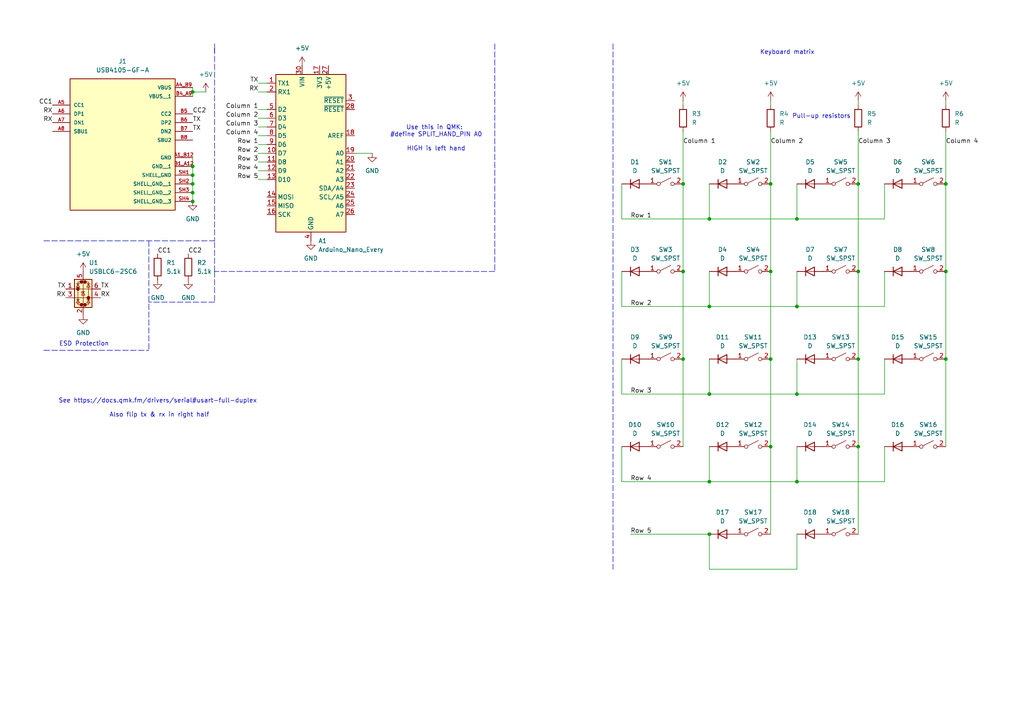
<source format=kicad_sch>
(kicad_sch (version 20250114) (generator "eeschema") (generator_version "9.0")
  (paper "A4")
  (title_block (title "Split Choc Z Board Master Layout") (date "2025-05-07") (rev "1"))
  (lib_symbols
    (symbol "Device:D" (pin_numbers (hide yes)) (pin_names (offset 1.016) (hide yes))
      (property "Reference" "D" (at 0 2.54 0))
      (property "Value" "D" (at 0 -2.54 0))
      (symbol "D_0_1"
        (polyline (pts (xy -1.27 1.27) (xy -1.27 -1.27)) (stroke (width 0.254)))
        (polyline (pts (xy 1.27 1.27) (xy 1.27 -1.27) (xy -1.27 0) (xy 1.27 1.27)) (stroke (width 0.254)))
        (polyline (pts (xy 1.27 0) (xy -1.27 0)))
      )
      (symbol "D_1_1"
        (pin passive line (at -3.81 0 0) (length 2.54) (name "K") (number "1"))
        (pin passive line (at 3.81 0 180) (length 2.54) (name "A") (number "2"))
      )
    )
    (symbol "Device:R" (pin_numbers (hide yes)) (pin_names (offset 0))
      (property "Reference" "R" (at 2.032 0 90))
      (property "Value" "R" (at 0 0 90))
      (symbol "R_0_1"
        (rectangle (start -1.016 -2.54) (end 1.016 2.54) (stroke (width 0.254)))
      )
      (symbol "R_1_1"
        (pin passive line (at 0 3.81 270) (length 1.27) (name "~") (number "1"))
        (pin passive line (at 0 -3.81 90) (length 1.27) (name "~") (number "2"))
      )
    )
    (symbol "MCU_Module:Arduino_Nano_Every"
      (property "Reference" "A" (at -10.16 23.495 0))
      (property "Value" "Arduino_Nano_Every" (at 5.08 -24.13 0))
      (symbol "Arduino_Nano_Every_0_1"
        (rectangle (start -10.16 22.86) (end 10.16 -22.86) (stroke (width 0.254)) (fill (type background)))
      )
      (symbol "Arduino_Nano_Every_1_1"
        (pin bidirectional line (at -12.7 20.32 0) (length 2.54) (name "TX1") (number "1"))
        (pin bidirectional line (at -12.7 17.78 0) (length 2.54) (name "RX1") (number "2"))
        (pin bidirectional line (at -12.7 12.7 0) (length 2.54) (name "D2") (number "5"))
        (pin bidirectional line (at -12.7 10.16 0) (length 2.54) (name "D3") (number "6"))
        (pin bidirectional line (at -12.7 7.62 0) (length 2.54) (name "D4") (number "7"))
        (pin bidirectional line (at -12.7 5.08 0) (length 2.54) (name "D5") (number "8"))
        (pin bidirectional line (at -12.7 2.54 0) (length 2.54) (name "D6") (number "9"))
        (pin bidirectional line (at -12.7 0 0) (length 2.54) (name "D7") (number "10"))
        (pin bidirectional line (at -12.7 -2.54 0) (length 2.54) (name "D8") (number "11"))
        (pin bidirectional line (at -12.7 -5.08 0) (length 2.54) (name "D9") (number "12"))
        (pin bidirectional line (at -12.7 -7.62 0) (length 2.54) (name "D10") (number "13"))
        (pin bidirectional line (at -12.7 -12.7 0) (length 2.54) (name "MOSI") (number "14"))
        (pin bidirectional line (at -12.7 -15.24 0) (length 2.54) (name "MISO") (number "15"))
        (pin bidirectional line (at -12.7 -17.78 0) (length 2.54) (name "SCK") (number "16"))
        (pin power_in line (at -2.54 25.4 270) (length 2.54) (name "VIN") (number "30"))
        (pin passive line (at 0 -25.4 90) (length 2.54) (hide yes) (name "GND") (number "29"))
        (pin power_in line (at 0 -25.4 90) (length 2.54) (name "GND") (number "4"))
        (pin power_out line (at 2.54 25.4 270) (length 2.54) (name "3V3") (number "17"))
        (pin power_out line (at 5.08 25.4 270) (length 2.54) (name "+5V") (number "27"))
        (pin input line (at 12.7 15.24 180) (length 2.54) (name "~{RESET}") (number "3"))
        (pin input line (at 12.7 12.7 180) (length 2.54) (name "~{RESET}") (number "28"))
        (pin input line (at 12.7 5.08 180) (length 2.54) (name "AREF") (number "18"))
        (pin bidirectional line (at 12.7 0 180) (length 2.54) (name "A0") (number "19"))
        (pin bidirectional line (at 12.7 -2.54 180) (length 2.54) (name "A1") (number "20"))
        (pin bidirectional line (at 12.7 -5.08 180) (length 2.54) (name "A2") (number "21"))
        (pin bidirectional line (at 12.7 -7.62 180) (length 2.54) (name "A3") (number "22"))
        (pin bidirectional line (at 12.7 -10.16 180) (length 2.54) (name "SDA/A4") (number "23"))
        (pin bidirectional line (at 12.7 -12.7 180) (length 2.54) (name "SCL/A5") (number "24"))
        (pin bidirectional line (at 12.7 -15.24 180) (length 2.54) (name "A6") (number "25"))
        (pin bidirectional line (at 12.7 -17.78 180) (length 2.54) (name "A7") (number "26"))
      )
    )
    (symbol "Power_Protection:USBLC6-2SC6" (pin_names (hide yes))
      (property "Reference" "U" (at 0.635 5.715 0))
      (property "Value" "USBLC6-2SC6" (at 0.635 3.81 0))
      (symbol "USBLC6-2SC6_0_0"
        (circle (center -1.524 0) (radius 0.0001) (stroke (width 0.508)))
        (circle (center -0.508 2.032) (radius 0.0001) (stroke (width 0.508)))
        (circle (center -0.508 -4.572) (radius 0.0001) (stroke (width 0.508)))
        (circle (center 0.508 2.032) (radius 0.0001) (stroke (width 0.508)))
        (circle (center 0.508 -4.572) (radius 0.0001) (stroke (width 0.508)))
        (circle (center 1.524 -2.54) (radius 0.0001) (stroke (width 0.508)))
      )
      (symbol "USBLC6-2SC6_0_1"
        (polyline (pts (xy -2.54 0) (xy 2.54 0)))
        (polyline (pts (xy -2.54 -2.54) (xy 2.54 -2.54)))
        (polyline (pts (xy -2.032 0.508) (xy -1.016 0.508) (xy -1.524 1.524) (xy -2.032 0.508)))
        (polyline (pts (xy -2.032 -3.048) (xy -1.016 -3.048)))
        (polyline (pts (xy -1.016 1.524) (xy -2.032 1.524)))
        (polyline (pts (xy -1.016 -4.064) (xy -2.032 -4.064) (xy -1.524 -3.048) (xy -1.016 -4.064)))
        (polyline (pts (xy -0.508 -1.143) (xy -0.508 -0.762) (xy 0.508 -0.762)))
        (polyline (pts (xy 0 2.54) (xy -0.508 2.032) (xy 0.508 2.032) (xy 0 1.524) (xy 0 -4.064) (xy -0.508 -4.572) (xy 0.508 -4.572) (xy 0 -5.08)))
        (polyline (pts (xy 0.508 -1.778) (xy -0.508 -1.778) (xy 0 -0.762) (xy 0.508 -1.778)))
        (polyline (pts (xy 1.016 1.524) (xy 2.032 1.524)))
        (polyline (pts (xy 1.016 -3.048) (xy 2.032 -3.048)))
        (polyline (pts (xy 2.032 0.508) (xy 1.016 0.508) (xy 1.524 1.524) (xy 2.032 0.508)))
        (polyline (pts (xy 2.032 -4.064) (xy 1.016 -4.064) (xy 1.524 -3.048) (xy 2.032 -4.064)))
      )
      (symbol "USBLC6-2SC6_1_1"
        (rectangle (start -2.54 2.794) (end 2.54 -5.334) (stroke (width 0.254)) (fill (type background)))
        (polyline (pts (xy -0.508 2.032) (xy -1.524 2.032) (xy -1.524 -4.572) (xy -0.508 -4.572)))
        (polyline (pts (xy 0.508 -4.572) (xy 1.524 -4.572) (xy 1.524 2.032) (xy 0.508 2.032)))
        (pin passive line (at -5.08 0 0) (length 2.54) (name "I/O1") (number "1"))
        (pin passive line (at -5.08 -2.54 0) (length 2.54) (name "I/O2") (number "3"))
        (pin passive line (at 0 5.08 270) (length 2.54) (name "VBUS") (number "5"))
        (pin passive line (at 0 -7.62 90) (length 2.54) (name "GND") (number "2"))
        (pin passive line (at 5.08 0 180) (length 2.54) (name "I/O1") (number "6"))
        (pin passive line (at 5.08 -2.54 180) (length 2.54) (name "I/O2") (number "4"))
      )
    )
    (symbol "Switch:SW_SPST" (pin_names (offset 0) (hide yes))
      (property "Reference" "SW" (at 0 3.175 0))
      (property "Value" "SW_SPST" (at 0 -2.54 0))
      (symbol "SW_SPST_0_0"
        (circle (center -2.032 0) (radius 0.508))
        (polyline (pts (xy -1.524 0.254) (xy 1.524 1.778)))
        (circle (center 2.032 0) (radius 0.508))
      )
      (symbol "SW_SPST_1_1"
        (pin passive line (at -5.08 0 0) (length 2.54) (name "A") (number "1"))
        (pin passive line (at 5.08 0 180) (length 2.54) (name "B") (number "2"))
      )
    )
    (symbol "USB4105-GF-A:USB4105-GF-A" (pin_names (offset 1.016))
      (property "Reference" "J" (at -15.24 13.97 0))
      (property "Value" "USB4105-GF-A" (at -15.24 -27.94 0))
      (symbol "USB4105-GF-A_0_0"
        (rectangle (start -15.24 -25.4) (end 15.24 12.7) (stroke (width 0.254)) (fill (type background)))
        (pin bidirectional line (at -20.32 5.08 0) (length 5.08) (name "CC1") (number "A5"))
        (pin bidirectional line (at -20.32 2.54 0) (length 5.08) (name "DP1") (number "A6"))
        (pin bidirectional line (at -20.32 0 0) (length 5.08) (name "DN1") (number "A7"))
        (pin bidirectional line (at -20.32 -2.54 0) (length 5.08) (name "SBU1") (number "A8"))
        (pin power_in line (at 20.32 10.16 180) (length 5.08) (name "VBUS") (number "A4_B9"))
        (pin power_in line (at 20.32 7.62 180) (length 5.08) (name "VBUS__1") (number "B4_A9"))
        (pin bidirectional line (at 20.32 2.54 180) (length 5.08) (name "CC2") (number "B5"))
        (pin bidirectional line (at 20.32 0 180) (length 5.08) (name "DP2") (number "B6"))
        (pin bidirectional line (at 20.32 -2.54 180) (length 5.08) (name "DN2") (number "B7"))
        (pin bidirectional line (at 20.32 -5.08 180) (length 5.08) (name "SBU2") (number "B8"))
        (pin power_in line (at 20.32 -10.16 180) (length 5.08) (name "GND") (number "A1_B12"))
        (pin power_in line (at 20.32 -12.7 180) (length 5.08) (name "GND__1") (number "B1_A12"))
        (pin power_in line (at 20.32 -15.24 180) (length 5.08) (name "SHELL_GND") (number "SH1"))
        (pin power_in line (at 20.32 -17.78 180) (length 5.08) (name "SHELL_GND__1") (number "SH2"))
        (pin power_in line (at 20.32 -20.32 180) (length 5.08) (name "SHELL_GND__2") (number "SH3"))
        (pin power_in line (at 20.32 -22.86 180) (length 5.08) (name "SHELL_GND__3") (number "SH4"))
      )
    )
    (symbol "power:+5V" (power) (pin_numbers (hide yes)) (pin_names (offset 0) (hide yes))
      (property "Value" "+5V" (at 0 3.556 0))
      (symbol "+5V_0_1"
        (polyline (pts (xy -0.762 1.27) (xy 0 2.54)))
        (polyline (pts (xy 0 2.54) (xy 0.762 1.27)))
        (polyline (pts (xy 0 0) (xy 0 2.54)))
      )
      (symbol "+5V_1_1"
        (pin power_in line (at 0 0 90) (length 0) (name "~") (number "1"))
      )
    )
    (symbol "power:GND" (power) (pin_numbers (hide yes)) (pin_names (offset 0) (hide yes))
      (property "Value" "GND" (at 0 -3.81 0))
      (symbol "GND_0_1"
        (polyline (pts (xy 0 0) (xy 0 -1.27) (xy 1.27 -1.27) (xy 0 -2.54) (xy -1.27 -1.27) (xy 0 -1.27)))
      )
      (symbol "GND_1_1"
        (pin power_in line (at 0 0 270) (length 0) (name "~") (number "1"))
      )
    )
  )
  (text "Use this in QMK: \n#define SPLIT_HAND_PIN A0\n\nHIGH is left hand" (at 126.492 40.132 0) (effects (font (size 1.27 1.27))))
  (text "ESD Protection" (at 24.384 99.822 0) (effects (font (size 1.27 1.27))))
  (text "Pull-up resistors\n" (at 238.252 33.782 0) (effects (font (size 1.27 1.27))))
  (text "Keyboard matrix" (at 228.346 15.24 0) (effects (font (size 1.27 1.27))))
  (text "See https://docs.qmk.fm/drivers/serial#usart-full-duplex \n\nAlso flip tx & rx in right half" (at 46.228 118.364 0) (effects (font (size 1.27 1.27))))
  (junction (at 55.88 50.8))
  (junction (at 231.14 139.7))
  (junction (at 248.92 53.34))
  (junction (at 205.74 114.3))
  (junction (at 55.88 26.67))
  (junction (at 248.92 78.74))
  (junction (at 231.14 63.5))
  (junction (at 274.32 53.34))
  (junction (at 223.52 129.54))
  (junction (at 55.88 48.26))
  (junction (at 248.92 129.54))
  (junction (at 205.74 139.7))
  (junction (at 223.52 53.34))
  (junction (at 205.74 88.9))
  (junction (at 55.88 53.34))
  (junction (at 205.74 154.94))
  (junction (at 55.88 55.88))
  (junction (at 223.52 78.74))
  (junction (at 198.12 104.14))
  (junction (at 274.32 104.14))
  (junction (at 198.12 78.74))
  (junction (at 231.14 88.9))
  (junction (at 274.32 78.74))
  (junction (at 198.12 53.34))
  (junction (at 231.14 114.3))
  (junction (at 248.92 104.14))
  (junction (at 223.52 104.14))
  (junction (at 55.88 58.42))
  (junction (at 205.74 63.5))
  (wire (pts (xy 205.74 63.5) (xy 180.34 63.5)))
  (wire (pts (xy 274.32 104.14) (xy 274.32 129.54)))
  (wire (pts (xy 198.12 38.1) (xy 198.12 53.34)))
  (wire (pts (xy 223.52 129.54) (xy 223.52 154.94)))
  (wire (pts (xy 256.54 129.54) (xy 256.54 139.7)))
  (wire (pts (xy 74.93 44.45) (xy 77.47 44.45)))
  (wire (pts (xy 74.93 34.29) (xy 77.47 34.29)))
  (wire (pts (xy 223.52 78.74) (xy 223.52 104.14)))
  (wire (pts (xy 223.52 53.34) (xy 223.52 78.74)))
  (wire (pts (xy 182.88 154.94) (xy 205.74 154.94)))
  (wire (pts (xy 55.88 25.4) (xy 55.88 26.67)))
  (wire (pts (xy 256.54 104.14) (xy 256.54 114.3)))
  (wire (pts (xy 55.88 26.67) (xy 59.69 26.67)))
  (wire (pts (xy 256.54 139.7) (xy 231.14 139.7)))
  (polyline (pts (xy 62.23 12.7) (xy 62.23 15.24)))
  (wire (pts (xy 198.12 78.74) (xy 198.12 104.14)))
  (wire (pts (xy 74.93 49.53) (xy 77.47 49.53)))
  (polyline (pts (xy 177.8 12.7) (xy 177.8 165.1)) (stroke (width 0) (type dash)))
  (wire (pts (xy 274.32 78.74) (xy 274.32 104.14)))
  (wire (pts (xy 231.14 129.54) (xy 231.14 139.7)))
  (wire (pts (xy 256.54 63.5) (xy 231.14 63.5)))
  (polyline (pts (xy 12.7 101.6) (xy 43.18 101.6)) (stroke (width 0) (type dash)))
  (wire (pts (xy 248.92 38.1) (xy 248.92 53.34)))
  (wire (pts (xy 55.88 50.8) (xy 55.88 53.34)))
  (wire (pts (xy 223.52 38.1) (xy 223.52 53.34)))
  (wire (pts (xy 74.93 52.07) (xy 77.47 52.07)))
  (wire (pts (xy 274.32 29.21) (xy 274.32 30.48)))
  (wire (pts (xy 205.74 53.34) (xy 205.74 63.5)))
  (wire (pts (xy 256.54 78.74) (xy 256.54 88.9)))
  (wire (pts (xy 248.92 129.54) (xy 248.92 154.94)))
  (wire (pts (xy 198.12 29.21) (xy 198.12 30.48)))
  (wire (pts (xy 256.54 88.9) (xy 231.14 88.9)))
  (wire (pts (xy 248.92 29.21) (xy 248.92 30.48)))
  (wire (pts (xy 180.34 114.3) (xy 180.34 104.14)))
  (wire (pts (xy 231.14 88.9) (xy 205.74 88.9)))
  (polyline (pts (xy 62.23 13.97) (xy 62.23 69.85)) (stroke (width 0) (type dash)))
  (wire (pts (xy 55.88 48.26) (xy 55.88 50.8)))
  (polyline (pts (xy 12.7 69.85) (xy 62.23 69.85)) (stroke (width 0) (type dash)))
  (wire (pts (xy 205.74 88.9) (xy 180.34 88.9)))
  (wire (pts (xy 205.74 129.54) (xy 205.74 139.7)))
  (wire (pts (xy 198.12 53.34) (xy 198.12 78.74)))
  (wire (pts (xy 231.14 104.14) (xy 231.14 114.3)))
  (wire (pts (xy 198.12 104.14) (xy 198.12 129.54)))
  (wire (pts (xy 55.88 55.88) (xy 55.88 58.42)))
  (wire (pts (xy 256.54 53.34) (xy 256.54 63.5)))
  (wire (pts (xy 102.87 44.45) (xy 107.95 44.45)))
  (wire (pts (xy 231.14 139.7) (xy 205.74 139.7)))
  (wire (pts (xy 231.14 63.5) (xy 205.74 63.5)))
  (wire (pts (xy 231.14 78.74) (xy 231.14 88.9)))
  (wire (pts (xy 274.32 38.1) (xy 274.32 53.34)))
  (wire (pts (xy 74.93 39.37) (xy 77.47 39.37)))
  (polyline (pts (xy 62.23 78.74) (xy 62.23 87.63)) (stroke (width 0) (type dash)))
  (wire (pts (xy 205.74 114.3) (xy 180.34 114.3)))
  (wire (pts (xy 74.93 41.91) (xy 77.47 41.91)))
  (polyline (pts (xy 143.51 12.7) (xy 143.51 78.74)) (stroke (width 0) (type dash)))
  (wire (pts (xy 248.92 104.14) (xy 248.92 129.54)))
  (wire (pts (xy 74.93 46.99) (xy 77.47 46.99)))
  (wire (pts (xy 205.74 78.74) (xy 205.74 88.9)))
  (wire (pts (xy 180.34 88.9) (xy 180.34 78.74)))
  (wire (pts (xy 180.34 63.5) (xy 180.34 53.34)))
  (wire (pts (xy 205.74 139.7) (xy 180.34 139.7)))
  (wire (pts (xy 223.52 104.14) (xy 223.52 129.54)))
  (wire (pts (xy 74.93 24.13) (xy 77.47 24.13)))
  (wire (pts (xy 223.52 29.21) (xy 223.52 30.48)))
  (wire (pts (xy 74.93 26.67) (xy 77.47 26.67)))
  (wire (pts (xy 55.88 26.67) (xy 55.88 27.94)))
  (wire (pts (xy 231.14 154.94) (xy 231.14 165.1)))
  (wire (pts (xy 205.74 104.14) (xy 205.74 114.3)))
  (wire (pts (xy 274.32 53.34) (xy 274.32 78.74)))
  (polyline (pts (xy 62.23 78.74) (xy 62.23 69.85)) (stroke (width 0) (type dash)))
  (wire (pts (xy 55.88 45.72) (xy 55.88 48.26)))
  (wire (pts (xy 248.92 78.74) (xy 248.92 104.14)))
  (wire (pts (xy 256.54 114.3) (xy 231.14 114.3)))
  (wire (pts (xy 74.93 36.83) (xy 77.47 36.83)))
  (wire (pts (xy 205.74 154.94) (xy 205.74 165.1)))
  (wire (pts (xy 248.92 53.34) (xy 248.92 78.74)))
  (wire (pts (xy 55.88 53.34) (xy 55.88 55.88)))
  (wire (pts (xy 231.14 53.34) (xy 231.14 63.5)))
  (wire (pts (xy 231.14 114.3) (xy 205.74 114.3)))
  (polyline (pts (xy 43.18 69.85) (xy 43.18 101.6)) (stroke (width 0) (type dash)))
  (polyline (pts (xy 62.23 87.63) (xy 43.18 87.63)) (stroke (width 0) (type dash)))
  (polyline (pts (xy 143.51 78.74) (xy 62.23 78.74)) (stroke (width 0) (type dash)))
  (wire (pts (xy 231.14 165.1) (xy 205.74 165.1)))
  (wire (pts (xy 74.93 31.75) (xy 77.47 31.75)))
  (wire (pts (xy 180.34 139.7) (xy 180.34 129.54)))
  (label "Column 1" (at 198.12 41.91 0))
  (label "RX" (at 74.93 26.67 180))
  (label "CC2" (at 55.88 33.02 0))
  (label "Column 3" (at 248.92 41.91 0))
  (label "CC1" (at 15.24 30.48 180))
  (label "Row 3" (at 182.88 114.3 0))
  (label "Row 1" (at 182.88 63.5 0))
  (label "Column 3" (at 74.93 36.83 180))
  (label "Row 1" (at 74.93 41.91 180))
  (label "Column 2" (at 74.93 34.29 180))
  (label "RX" (at 15.24 33.02 180))
  (label "Row 5" (at 182.88 154.94 0))
  (label "Row 2" (at 182.88 88.9 0))
  (label "TX" (at 55.88 38.1 0))
  (label "TX" (at 19.05 83.82 180))
  (label "CC2" (at 54.61 73.66 0))
  (label "Row 4" (at 74.93 49.53 180))
  (label "Column 4" (at 74.93 39.37 180))
  (label "Row 3" (at 74.93 46.99 180))
  (label "Row 4" (at 182.88 139.7 0))
  (label "Column 4" (at 274.32 41.91 0))
  (label "CC1" (at 45.72 73.66 0))
  (label "Row 5" (at 74.93 52.07 180))
  (label "Column 2" (at 223.52 41.91 0))
  (label "RX" (at 15.24 35.56 180))
  (label "TX" (at 74.93 24.13 180))
  (label "TX" (at 29.21 83.82 0))
  (label "RX" (at 19.05 86.36 180))
  (label "Column 1" (at 74.93 31.75 180))
  (label "RX" (at 29.21 86.36 0))
  (label "TX" (at 55.88 35.56 0))
  (label "Row 2" (at 74.93 44.45 180))
  (symbol (lib_id "power:+5V") (at 274.32 29.21 0) (unit 1)
    (property "Reference" "#PWR08" (effects (hide yes)))
    (property "Value" "+5V" (at 274.32 24.13 0))
    (property "Description" "Power symbol creates a global label with name \"+5V\"" (effects (hide yes)))
  )
  (symbol (lib_id "power:GND") (at 107.95 44.45 0) (unit 1)
    (property "Reference" "#PWR010" (effects (hide yes)))
    (property "Value" "GND" (at 107.95 49.53 0))
    (property "Description" "Power symbol creates a global label with name \"GND\" , ground" (effects (hide yes)))
  )
  (symbol (lib_id "power:GND") (at 90.17 69.85 0) (unit 1)
    (property "Reference" "#PWR09" (effects (hide yes)))
    (property "Value" "GND" (at 90.17 74.93 0))
    (property "Description" "Power symbol creates a global label with name \"GND\" , ground" (effects (hide yes)))
  )
  (symbol (lib_id "Device:R") (at 223.52 34.29 0) (unit 1)
    (property "Reference" "R4" (at 226.06 33.0199 0) (effects (justify left)))
    (property "Value" "R" (at 226.06 35.5599 0) (effects (justify left)))
    (property "Footprint" "Resistor_THT:R_Axial_DIN0207_L6.3mm_D2.5mm_P10.16mm_Horizontal" (effects (hide yes)))
    (property "Description" "Resistor" (effects (hide yes)))
  )
  (symbol (lib_id "Switch:SW_SPST") (at 269.24 78.74 0) (unit 1)
    (property "Reference" "SW8" (at 269.24 72.39 0))
    (property "Value" "SW_SPST" (at 269.24 74.93 0))
    (property "Footprint" "ScottoKeebs_Choc:Choc_V2_1.00u" (effects (hide yes)))
    (property "Description" "Single Pole Single Throw (SPST) switch" (effects (hide yes)))
  )
  (symbol (lib_id "Device:D") (at 260.35 78.74 0) (unit 1)
    (property "Reference" "D8" (at 260.35 72.39 0))
    (property "Value" "D" (at 260.35 74.93 0))
    (property "Footprint" "footprints:SOD123_MCC" (effects (hide yes)))
    (property "Description" "Diode" (effects (hide yes)))
    (property "Sim.Device" "D" (effects (hide yes)))
    (property "Sim.Pins" "1=K 2=A" (effects (hide yes)))
  )
  (symbol (lib_id "Switch:SW_SPST") (at 218.44 53.34 0) (unit 1)
    (property "Reference" "SW2" (at 218.44 46.99 0))
    (property "Value" "SW_SPST" (at 218.44 49.53 0))
    (property "Footprint" "ScottoKeebs_Choc:Choc_V2_1.00u" (effects (hide yes)))
    (property "Description" "Single Pole Single Throw (SPST) switch" (effects (hide yes)))
  )
  (symbol (lib_id "power:GND") (at 55.88 58.42 0) (unit 1)
    (property "Reference" "#PWR021" (effects (hide yes)))
    (property "Value" "GND" (at 55.88 63.5 0))
    (property "Description" "Power symbol creates a global label with name \"GND\" , ground" (effects (hide yes)))
  )
  (symbol (lib_id "power:+5V") (at 87.63 19.05 0) (unit 1)
    (property "Reference" "#PWR03" (effects (hide yes)))
    (property "Value" "+5V" (at 87.63 13.97 0))
    (property "Description" "Power symbol creates a global label with name \"+5V\"" (effects (hide yes)))
  )
  (symbol (lib_id "Device:R") (at 45.72 77.47 180) (unit 1)
    (property "Reference" "R1" (at 48.26 76.1999 0) (effects (justify right)))
    (property "Value" "5.1k" (at 48.26 78.7399 0) (effects (justify right)))
    (property "Footprint" "Resistor_THT:R_Axial_DIN0207_L6.3mm_D2.5mm_P10.16mm_Horizontal" (effects (hide yes)))
    (property "Description" "Resistor" (effects (hide yes)))
  )
  (symbol (lib_id "Switch:SW_SPST") (at 243.84 78.74 0) (unit 1)
    (property "Reference" "SW7" (at 243.84 72.39 0))
    (property "Value" "SW_SPST" (at 243.84 74.93 0))
    (property "Footprint" "ScottoKeebs_Choc:Choc_V2_1.00u" (effects (hide yes)))
    (property "Description" "Single Pole Single Throw (SPST) switch" (effects (hide yes)))
  )
  (symbol (lib_id "Device:D") (at 234.95 78.74 0) (unit 1)
    (property "Reference" "D7" (at 234.95 72.39 0))
    (property "Value" "D" (at 234.95 74.93 0))
    (property "Footprint" "footprints:SOD123_MCC" (effects (hide yes)))
    (property "Description" "Diode" (effects (hide yes)))
    (property "Sim.Device" "D" (effects (hide yes)))
    (property "Sim.Pins" "1=K 2=A" (effects (hide yes)))
  )
  (symbol (lib_id "Switch:SW_SPST") (at 243.84 154.94 0) (unit 1)
    (property "Reference" "SW18" (at 243.84 148.59 0))
    (property "Value" "SW_SPST" (at 243.84 151.13 0))
    (property "Footprint" "ScottoKeebs_Choc:Choc_V2_1.00u" (effects (hide yes)))
    (property "Description" "Single Pole Single Throw (SPST) switch" (effects (hide yes)))
  )
  (symbol (lib_id "power:+5V") (at 59.69 26.67 0) (unit 1)
    (property "Reference" "#PWR022" (effects (hide yes)))
    (property "Value" "+5V" (at 59.69 21.59 0))
    (property "Description" "Power symbol creates a global label with name \"+5V\"" (effects (hide yes)))
  )
  (symbol (lib_id "Switch:SW_SPST") (at 218.44 154.94 0) (unit 1)
    (property "Reference" "SW17" (at 218.44 148.59 0))
    (property "Value" "SW_SPST" (at 218.44 151.13 0))
    (property "Footprint" "ScottoKeebs_Choc:Choc_V2_1.00u" (effects (hide yes)))
    (property "Description" "Single Pole Single Throw (SPST) switch" (effects (hide yes)))
  )
  (symbol (lib_id "Switch:SW_SPST") (at 193.04 53.34 0) (unit 1)
    (property "Reference" "SW1" (at 193.04 46.99 0))
    (property "Value" "SW_SPST" (at 193.04 49.53 0))
    (property "Footprint" "ScottoKeebs_Choc:Choc_V2_1.00u" (effects (hide yes)))
    (property "Description" "Single Pole Single Throw (SPST) switch" (effects (hide yes)))
  )
  (symbol (lib_id "Switch:SW_SPST") (at 269.24 129.54 0) (unit 1)
    (property "Reference" "SW16" (at 269.24 123.19 0))
    (property "Value" "SW_SPST" (at 269.24 125.73 0))
    (property "Footprint" "ScottoKeebs_Choc:Choc_V2_1.00u" (effects (hide yes)))
    (property "Description" "Single Pole Single Throw (SPST) switch" (effects (hide yes)))
  )
  (symbol (lib_id "Switch:SW_SPST") (at 218.44 78.74 0) (unit 1)
    (property "Reference" "SW4" (at 218.44 72.39 0))
    (property "Value" "SW_SPST" (at 218.44 74.93 0))
    (property "Footprint" "ScottoKeebs_Choc:Choc_V2_1.00u" (effects (hide yes)))
    (property "Description" "Single Pole Single Throw (SPST) switch" (effects (hide yes)))
  )
  (symbol (lib_id "Switch:SW_SPST") (at 193.04 78.74 0) (unit 1)
    (property "Reference" "SW3" (at 193.04 72.39 0))
    (property "Value" "SW_SPST" (at 193.04 74.93 0))
    (property "Footprint" "ScottoKeebs_Choc:Choc_V2_1.00u" (effects (hide yes)))
    (property "Description" "Single Pole Single Throw (SPST) switch" (effects (hide yes)))
  )
  (symbol (lib_id "Device:D") (at 260.35 104.14 0) (unit 1)
    (property "Reference" "D15" (at 260.35 97.79 0))
    (property "Value" "D" (at 260.35 100.33 0))
    (property "Footprint" "footprints:SOD123_MCC" (effects (hide yes)))
    (property "Description" "Diode" (effects (hide yes)))
    (property "Sim.Device" "D" (effects (hide yes)))
    (property "Sim.Pins" "1=K 2=A" (effects (hide yes)))
  )
  (symbol (lib_id "power:+5V") (at 223.52 29.21 0) (unit 1)
    (property "Reference" "#PWR06" (effects (hide yes)))
    (property "Value" "+5V" (at 223.52 24.13 0))
    (property "Description" "Power symbol creates a global label with name \"+5V\"" (effects (hide yes)))
  )
  (symbol (lib_id "Device:D") (at 209.55 104.14 0) (unit 1)
    (property "Reference" "D11" (at 209.55 97.79 0))
    (property "Value" "D" (at 209.55 100.33 0))
    (property "Footprint" "footprints:SOD123_MCC" (effects (hide yes)))
    (property "Description" "Diode" (effects (hide yes)))
    (property "Sim.Device" "D" (effects (hide yes)))
    (property "Sim.Pins" "1=K 2=A" (effects (hide yes)))
  )
  (symbol (lib_id "Switch:SW_SPST") (at 269.24 53.34 0) (unit 1)
    (property "Reference" "SW6" (at 269.24 46.99 0))
    (property "Value" "SW_SPST" (at 269.24 49.53 0))
    (property "Footprint" "ScottoKeebs_Choc:Choc_V2_1.00u" (effects (hide yes)))
    (property "Description" "Single Pole Single Throw (SPST) switch" (effects (hide yes)))
  )
  (symbol (lib_id "Switch:SW_SPST") (at 243.84 53.34 0) (unit 1)
    (property "Reference" "SW5" (at 243.84 46.99 0))
    (property "Value" "SW_SPST" (at 243.84 49.53 0))
    (property "Footprint" "ScottoKeebs_Choc:Choc_V2_1.00u" (effects (hide yes)))
    (property "Description" "Single Pole Single Throw (SPST) switch" (effects (hide yes)))
  )
  (symbol (lib_id "Device:D") (at 184.15 53.34 0) (unit 1)
    (property "Reference" "D1" (at 184.15 46.99 0))
    (property "Value" "D" (at 184.15 49.53 0))
    (property "Footprint" "footprints:SOD123_MCC" (effects (hide yes)))
    (property "Description" "Diode" (effects (hide yes)))
    (property "Sim.Device" "D" (effects (hide yes)))
    (property "Sim.Pins" "1=K 2=A" (effects (hide yes)))
  )
  (symbol (lib_id "Device:D") (at 260.35 53.34 0) (unit 1)
    (property "Reference" "D6" (at 260.35 46.99 0))
    (property "Value" "D" (at 260.35 49.53 0))
    (property "Footprint" "footprints:SOD123_MCC" (effects (hide yes)))
    (property "Description" "Diode" (effects (hide yes)))
    (property "Sim.Device" "D" (effects (hide yes)))
    (property "Sim.Pins" "1=K 2=A" (effects (hide yes)))
  )
  (symbol (lib_id "Device:D") (at 234.95 154.94 0) (unit 1)
    (property "Reference" "D18" (at 234.95 148.59 0))
    (property "Value" "D" (at 234.95 151.13 0))
    (property "Footprint" "footprints:SOD123_MCC" (effects (hide yes)))
    (property "Description" "Diode" (effects (hide yes)))
    (property "Sim.Device" "D" (effects (hide yes)))
    (property "Sim.Pins" "1=K 2=A" (effects (hide yes)))
  )
  (symbol (lib_id "Switch:SW_SPST") (at 269.24 104.14 0) (unit 1)
    (property "Reference" "SW15" (at 269.24 97.79 0))
    (property "Value" "SW_SPST" (at 269.24 100.33 0))
    (property "Footprint" "ScottoKeebs_Choc:Choc_V2_1.00u" (effects (hide yes)))
    (property "Description" "Single Pole Single Throw (SPST) switch" (effects (hide yes)))
  )
  (symbol (lib_id "Power_Protection:USBLC6-2SC6") (at 24.13 83.82 0) (unit 1)
    (property "Reference" "U1" (at 25.7811 76.2 0) (effects (justify left)))
    (property "Value" "USBLC6-2SC6" (at 25.7811 78.74 0) (effects (justify left)))
    (property "Footprint" "Package_TO_SOT_SMD:SOT-23-6" (effects (hide yes)))
    (property "Datasheet" "https://www.st.com/resource/en/datasheet/usblc6-2.pdf" (effects (hide yes)))
    (property "Description" "Very low capacitance ESD protection diode, 2 data-line, SOT-23-6" (effects (hide yes)))
  )
  (symbol (lib_id "Device:D") (at 260.35 129.54 0) (unit 1)
    (property "Reference" "D16" (at 260.35 123.19 0))
    (property "Value" "D" (at 260.35 125.73 0))
    (property "Footprint" "footprints:SOD123_MCC" (effects (hide yes)))
    (property "Description" "Diode" (effects (hide yes)))
    (property "Sim.Device" "D" (effects (hide yes)))
    (property "Sim.Pins" "1=K 2=A" (effects (hide yes)))
  )
  (symbol (lib_id "power:+5V") (at 198.12 29.21 0) (unit 1)
    (property "Reference" "#PWR05" (effects (hide yes)))
    (property "Value" "+5V" (at 198.12 24.13 0))
    (property "Description" "Power symbol creates a global label with name \"+5V\"" (effects (hide yes)))
  )
  (symbol (lib_id "USB4105-GF-A:USB4105-GF-A") (at 35.56 35.56 0) (unit 1)
    (property "Reference" "J1" (at 35.56 17.78 0))
    (property "Value" "USB4105-GF-A" (at 35.56 20.32 0))
    (property "Footprint" "Library:GCT_USB4105-GF-A" (effects (hide yes)))
    (property "PARTREV" "B4" (effects (hide yes)))
    (property "STANDARD" "Manufacturer Recommendations" (effects (hide yes)))
    (property "MAXIMUM_PACKAGE_HEIGHT" "3.31 mm" (effects (hide yes)))
    (property "MANUFACTURER" "GCT" (effects (hide yes)))
  )
  (symbol (lib_id "power:GND") (at 45.72 81.28 0) (unit 1)
    (property "Reference" "#PWR011" (effects (hide yes)))
    (property "Value" "GND" (at 45.72 86.36 0))
    (property "Description" "Power symbol creates a global label with name \"GND\" , ground" (effects (hide yes)))
  )
  (symbol (lib_id "Device:R") (at 198.12 34.29 0) (unit 1)
    (property "Reference" "R3" (at 200.66 33.0199 0) (effects (justify left)))
    (property "Value" "R" (at 200.66 35.5599 0) (effects (justify left)))
    (property "Footprint" "Resistor_THT:R_Axial_DIN0207_L6.3mm_D2.5mm_P10.16mm_Horizontal" (effects (hide yes)))
    (property "Description" "Resistor" (effects (hide yes)))
  )
  (symbol (lib_id "Device:D") (at 184.15 129.54 0) (unit 1)
    (property "Reference" "D10" (at 184.15 123.19 0))
    (property "Value" "D" (at 184.15 125.73 0))
    (property "Footprint" "footprints:SOD123_MCC" (effects (hide yes)))
    (property "Description" "Diode" (effects (hide yes)))
    (property "Sim.Device" "D" (effects (hide yes)))
    (property "Sim.Pins" "1=K 2=A" (effects (hide yes)))
  )
  (symbol (lib_id "Device:D") (at 209.55 53.34 0) (unit 1)
    (property "Reference" "D2" (at 209.55 46.99 0))
    (property "Value" "D" (at 209.55 49.53 0))
    (property "Footprint" "footprints:SOD123_MCC" (effects (hide yes)))
    (property "Description" "Diode" (effects (hide yes)))
    (property "Sim.Device" "D" (effects (hide yes)))
    (property "Sim.Pins" "1=K 2=A" (effects (hide yes)))
  )
  (symbol (lib_id "Device:D") (at 234.95 104.14 0) (unit 1)
    (property "Reference" "D13" (at 234.95 97.79 0))
    (property "Value" "D" (at 234.95 100.33 0))
    (property "Footprint" "footprints:SOD123_MCC" (effects (hide yes)))
    (property "Description" "Diode" (effects (hide yes)))
    (property "Sim.Device" "D" (effects (hide yes)))
    (property "Sim.Pins" "1=K 2=A" (effects (hide yes)))
  )
  (symbol (lib_id "Switch:SW_SPST") (at 193.04 104.14 0) (unit 1)
    (property "Reference" "SW9" (at 193.04 97.79 0))
    (property "Value" "SW_SPST" (at 193.04 100.33 0))
    (property "Footprint" "ScottoKeebs_Choc:Choc_V2_1.00u" (effects (hide yes)))
    (property "Description" "Single Pole Single Throw (SPST) switch" (effects (hide yes)))
  )
  (symbol (lib_id "power:+5V") (at 248.92 29.21 0) (unit 1)
    (property "Reference" "#PWR07" (effects (hide yes)))
    (property "Value" "+5V" (at 248.92 24.13 0))
    (property "Description" "Power symbol creates a global label with name \"+5V\"" (effects (hide yes)))
  )
  (symbol (lib_id "Device:D") (at 184.15 104.14 0) (unit 1)
    (property "Reference" "D9" (at 184.15 97.79 0))
    (property "Value" "D" (at 184.15 100.33 0))
    (property "Footprint" "footprints:SOD123_MCC" (effects (hide yes)))
    (property "Description" "Diode" (effects (hide yes)))
    (property "Sim.Device" "D" (effects (hide yes)))
    (property "Sim.Pins" "1=K 2=A" (effects (hide yes)))
  )
  (symbol (lib_id "Device:D") (at 234.95 129.54 0) (unit 1)
    (property "Reference" "D14" (at 234.95 123.19 0))
    (property "Value" "D" (at 234.95 125.73 0))
    (property "Footprint" "footprints:SOD123_MCC" (effects (hide yes)))
    (property "Description" "Diode" (effects (hide yes)))
    (property "Sim.Device" "D" (effects (hide yes)))
    (property "Sim.Pins" "1=K 2=A" (effects (hide yes)))
  )
  (symbol (lib_id "Device:R") (at 274.32 34.29 0) (unit 1)
    (property "Reference" "R6" (at 276.86 33.0199 0) (effects (justify left)))
    (property "Value" "R" (at 276.86 35.5599 0) (effects (justify left)))
    (property "Footprint" "Resistor_THT:R_Axial_DIN0207_L6.3mm_D2.5mm_P10.16mm_Horizontal" (effects (hide yes)))
    (property "Description" "Resistor" (effects (hide yes)))
  )
  (symbol (lib_id "Device:R") (at 248.92 34.29 0) (unit 1)
    (property "Reference" "R5" (at 251.46 33.0199 0) (effects (justify left)))
    (property "Value" "R" (at 251.46 35.5599 0) (effects (justify left)))
    (property "Footprint" "Resistor_THT:R_Axial_DIN0207_L6.3mm_D2.5mm_P10.16mm_Horizontal" (effects (hide yes)))
    (property "Description" "Resistor" (effects (hide yes)))
  )
  (symbol (lib_id "power:GND") (at 24.13 91.44 0) (unit 1)
    (property "Reference" "#PWR019" (effects (hide yes)))
    (property "Value" "GND" (at 24.13 96.52 0))
    (property "Description" "Power symbol creates a global label with name \"GND\" , ground" (effects (hide yes)))
  )
  (symbol (lib_id "Device:D") (at 209.55 78.74 0) (unit 1)
    (property "Reference" "D4" (at 209.55 72.39 0))
    (property "Value" "D" (at 209.55 74.93 0))
    (property "Footprint" "footprints:SOD123_MCC" (effects (hide yes)))
    (property "Description" "Diode" (effects (hide yes)))
    (property "Sim.Device" "D" (effects (hide yes)))
    (property "Sim.Pins" "1=K 2=A" (effects (hide yes)))
  )
  (symbol (lib_id "Device:R") (at 54.61 77.47 0) (unit 1)
    (property "Reference" "R2" (at 57.15 76.1999 0) (effects (justify left)))
    (property "Value" "5.1k" (at 57.15 78.7399 0) (effects (justify left)))
    (property "Footprint" "Resistor_THT:R_Axial_DIN0207_L6.3mm_D2.5mm_P10.16mm_Horizontal" (effects (hide yes)))
    (property "Description" "Resistor" (effects (hide yes)))
  )
  (symbol (lib_id "Switch:SW_SPST") (at 243.84 104.14 0) (unit 1)
    (property "Reference" "SW13" (at 243.84 97.79 0))
    (property "Value" "SW_SPST" (at 243.84 100.33 0))
    (property "Footprint" "ScottoKeebs_Choc:Choc_V2_1.00u" (effects (hide yes)))
    (property "Description" "Single Pole Single Throw (SPST) switch" (effects (hide yes)))
  )
  (symbol (lib_id "MCU_Module:Arduino_Nano_Every") (at 90.17 44.45 0) (unit 1)
    (property "Reference" "A1" (at 92.3133 69.85 0) (effects (justify left)))
    (property "Value" "Arduino_Nano_Every" (at 92.3133 72.39 0) (effects (justify left)))
    (property "Footprint" "Module:Arduino_Nano" (effects (hide yes)))
    (property "Datasheet" "https://content.arduino.cc/assets/NANOEveryV3.0_sch.pdf" (effects (hide yes)))
    (property "Description" "Arduino Nano Every" (effects (hide yes)))
  )
  (symbol (lib_id "power:+5V") (at 24.13 78.74 0) (unit 1)
    (property "Reference" "#PWR020" (effects (hide yes)))
    (property "Value" "+5V" (at 24.13 73.66 0))
    (property "Description" "Power symbol creates a global label with name \"+5V\"" (effects (hide yes)))
  )
  (symbol (lib_id "power:GND") (at 54.61 81.28 0) (unit 1)
    (property "Reference" "#PWR012" (effects (hide yes)))
    (property "Value" "GND" (at 54.61 86.36 0))
    (property "Description" "Power symbol creates a global label with name \"GND\" , ground" (effects (hide yes)))
  )
  (symbol (lib_id "Device:D") (at 184.15 78.74 0) (unit 1)
    (property "Reference" "D3" (at 184.15 72.39 0))
    (property "Value" "D" (at 184.15 74.93 0))
    (property "Footprint" "footprints:SOD123_MCC" (effects (hide yes)))
    (property "Description" "Diode" (effects (hide yes)))
    (property "Sim.Device" "D" (effects (hide yes)))
    (property "Sim.Pins" "1=K 2=A" (effects (hide yes)))
  )
  (symbol (lib_id "Device:D") (at 209.55 129.54 0) (unit 1)
    (property "Reference" "D12" (at 209.55 123.19 0))
    (property "Value" "D" (at 209.55 125.73 0))
    (property "Footprint" "footprints:SOD123_MCC" (effects (hide yes)))
    (property "Description" "Diode" (effects (hide yes)))
    (property "Sim.Device" "D" (effects (hide yes)))
    (property "Sim.Pins" "1=K 2=A" (effects (hide yes)))
  )
  (symbol (lib_id "Switch:SW_SPST") (at 193.04 129.54 0) (unit 1)
    (property "Reference" "SW10" (at 193.04 123.19 0))
    (property "Value" "SW_SPST" (at 193.04 125.73 0))
    (property "Footprint" "ScottoKeebs_Choc:Choc_V2_1.00u" (effects (hide yes)))
    (property "Description" "Single Pole Single Throw (SPST) switch" (effects (hide yes)))
  )
  (symbol (lib_id "Switch:SW_SPST") (at 243.84 129.54 0) (unit 1)
    (property "Reference" "SW14" (at 243.84 123.19 0))
    (property "Value" "SW_SPST" (at 243.84 125.73 0))
    (property "Footprint" "ScottoKeebs_Choc:Choc_V2_1.00u" (effects (hide yes)))
    (property "Description" "Single Pole Single Throw (SPST) switch" (effects (hide yes)))
  )
  (symbol (lib_id "Device:D") (at 234.95 53.34 0) (unit 1)
    (property "Reference" "D5" (at 234.95 46.99 0))
    (property "Value" "D" (at 234.95 49.53 0))
    (property "Footprint" "footprints:SOD123_MCC" (effects (hide yes)))
    (property "Description" "Diode" (effects (hide yes)))
    (property "Sim.Device" "D" (effects (hide yes)))
    (property "Sim.Pins" "1=K 2=A" (effects (hide yes)))
  )
  (symbol (lib_id "Device:D") (at 209.55 154.94 0) (unit 1)
    (property "Reference" "D17" (at 209.55 148.59 0))
    (property "Value" "D" (at 209.55 151.13 0))
    (property "Footprint" "footprints:SOD123_MCC" (effects (hide yes)))
    (property "Description" "Diode" (effects (hide yes)))
    (property "Sim.Device" "D" (effects (hide yes)))
    (property "Sim.Pins" "1=K 2=A" (effects (hide yes)))
  )
  (symbol (lib_id "Switch:SW_SPST") (at 218.44 104.14 0) (unit 1)
    (property "Reference" "SW11" (at 218.44 97.79 0))
    (property "Value" "SW_SPST" (at 218.44 100.33 0))
    (property "Footprint" "ScottoKeebs_Choc:Choc_V2_1.00u" (effects (hide yes)))
    (property "Description" "Single Pole Single Throw (SPST) switch" (effects (hide yes)))
  )
  (symbol (lib_id "Switch:SW_SPST") (at 218.44 129.54 0) (unit 1)
    (property "Reference" "SW12" (at 218.44 123.19 0))
    (property "Value" "SW_SPST" (at 218.44 125.73 0))
    (property "Footprint" "ScottoKeebs_Choc:Choc_V2_1.00u" (effects (hide yes)))
    (property "Description" "Single Pole Single Throw (SPST) switch" (effects (hide yes)))
  )
)
</source>
